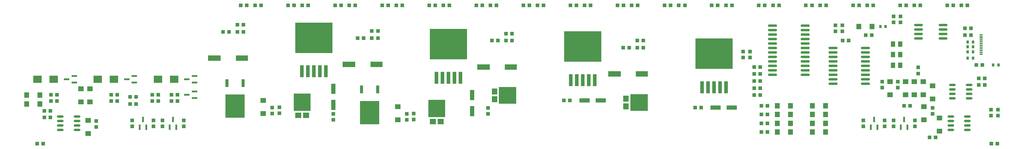
<source format=gtp>
%FSLAX44Y44*%
%MOMM*%
G71*
G01*
G75*
G04 Layer_Color=8421504*
%ADD10O,1.9000X0.6000*%
%ADD11R,1.1000X1.0000*%
%ADD12R,1.6200X1.3700*%
%ADD13R,1.0000X1.1000*%
%ADD14R,0.8000X0.9000*%
%ADD15R,0.7000X0.9000*%
%ADD16R,1.3700X1.6200*%
%ADD17R,3.0000X1.2000*%
%ADD18R,1.2000X3.0000*%
%ADD19R,5.0000X4.7500*%
%ADD20R,1.5000X1.7500*%
%ADD21R,5.5000X6.7000*%
%ADD22R,0.9500X2.2000*%
%ADD23R,4.7500X5.0000*%
%ADD24R,1.7500X1.5000*%
%ADD25R,1.1000X3.5000*%
%ADD26R,10.5000X8.6000*%
%ADD27R,0.6000X1.6000*%
%ADD28O,2.6000X0.7000*%
%ADD29R,3.6000X1.5000*%
%ADD30R,3.5000X1.5000*%
%ADD31R,0.9000X0.3000*%
%ADD32O,2.5000X0.7000*%
%ADD33R,1.2700X1.5240*%
%ADD34R,2.4000X2.0000*%
%ADD35R,2.4000X2.0000*%
%ADD36R,1.6000X0.6000*%
%ADD37C,0.3000*%
%ADD38C,0.5000*%
%ADD39C,0.4000*%
%ADD40C,0.2540*%
%ADD41C,0.7000*%
%ADD42C,2.0000*%
%ADD43C,1.9000*%
%ADD44C,1.0000*%
%ADD45C,7.0000*%
%ADD46C,2.2000*%
%ADD47R,1.5000X1.5000*%
%ADD48C,1.5000*%
%ADD49C,2.5000*%
%ADD50R,2.2000X2.2000*%
%ADD51R,3.0000X3.0000*%
%ADD52C,3.0000*%
%ADD53R,2.5000X2.5000*%
%ADD54C,1.5240*%
%ADD55R,1.5000X1.5000*%
%ADD56C,0.6500*%
%ADD57O,2.0000X1.0000*%
%ADD58O,1.6000X0.8000*%
%ADD59C,0.6000*%
%ADD60C,0.8000*%
%ADD61C,1.2000*%
%ADD62C,1.2500*%
%ADD63C,1.5000*%
%ADD64C,1.8000*%
%ADD65C,2.5000*%
%ADD66C,3.0000*%
%ADD67C,1.1000*%
%ADD68C,1.2000*%
%ADD69C,1.3000*%
%ADD70C,1.4000*%
%ADD71C,1.6000*%
%ADD72C,1.7000*%
%ADD73C,2.1000*%
%ADD74C,2.2000*%
%ADD75C,2.3000*%
%ADD76C,2.4000*%
%ADD77C,0.1500*%
%ADD78C,0.2500*%
%ADD79C,0.6000*%
%ADD80C,0.2000*%
%ADD81C,0.0508*%
%ADD82C,0.0254*%
%ADD83C,0.1270*%
%ADD84C,0.1524*%
%ADD85C,0.2032*%
%ADD86R,2.1000X0.5250*%
%ADD87R,0.5250X2.1000*%
%ADD88R,15.8969X2.5400*%
%ADD89R,8.0264X2.5400*%
D10*
X2891500Y544050D02*
D03*
Y531350D02*
D03*
Y518650D02*
D03*
Y505950D02*
D03*
X2938500Y544050D02*
D03*
Y531350D02*
D03*
Y518650D02*
D03*
Y505950D02*
D03*
X2933500Y415950D02*
D03*
Y428650D02*
D03*
Y441350D02*
D03*
Y454050D02*
D03*
X2886500Y415950D02*
D03*
Y428650D02*
D03*
Y441350D02*
D03*
Y454050D02*
D03*
X418500Y415950D02*
D03*
Y428650D02*
D03*
Y441350D02*
D03*
Y454050D02*
D03*
X371500Y415950D02*
D03*
Y428650D02*
D03*
Y441350D02*
D03*
Y454050D02*
D03*
D11*
X2965500Y563000D02*
D03*
X2982500D02*
D03*
X2965500Y544000D02*
D03*
X2982500D02*
D03*
X2754500Y485000D02*
D03*
X2771500D02*
D03*
X2663500Y685000D02*
D03*
X2646500D02*
D03*
X2926500D02*
D03*
X2943500D02*
D03*
X2926500Y705000D02*
D03*
X2943500D02*
D03*
X2958500Y601000D02*
D03*
X2975500D02*
D03*
X2351500Y485000D02*
D03*
X2368500D02*
D03*
X2351500Y460000D02*
D03*
X2368500D02*
D03*
X2351500Y435000D02*
D03*
X2368500D02*
D03*
X2351500Y410000D02*
D03*
X2368500D02*
D03*
X2581500Y670000D02*
D03*
X2598500D02*
D03*
X2348500Y515000D02*
D03*
X2331500D02*
D03*
X2348500Y555000D02*
D03*
X2331500D02*
D03*
X2348500Y595000D02*
D03*
X2331500D02*
D03*
X2348500Y575000D02*
D03*
X2331500D02*
D03*
X2348500Y535000D02*
D03*
X2331500D02*
D03*
X1647500Y690000D02*
D03*
X1630500D02*
D03*
X1647500Y670000D02*
D03*
X1630500D02*
D03*
X1978500Y650000D02*
D03*
X1961500D02*
D03*
X2018500Y670000D02*
D03*
X2001500D02*
D03*
X2018500Y650000D02*
D03*
X2001500D02*
D03*
X1228500Y677000D02*
D03*
X1211500D02*
D03*
X1268500Y697000D02*
D03*
X1251500D02*
D03*
X1268500Y677000D02*
D03*
X1251500D02*
D03*
X1320500Y770000D02*
D03*
X1337500D02*
D03*
X1280500D02*
D03*
X1297500D02*
D03*
X1187500D02*
D03*
X1204500D02*
D03*
X1147500D02*
D03*
X1164500D02*
D03*
X1054500D02*
D03*
X1071500D02*
D03*
X1014500D02*
D03*
X1031500D02*
D03*
X921500D02*
D03*
X938500D02*
D03*
X881500D02*
D03*
X898500D02*
D03*
X1852500D02*
D03*
X1869500D02*
D03*
X1812500D02*
D03*
X1829500D02*
D03*
X1719500D02*
D03*
X1736500D02*
D03*
X1679500D02*
D03*
X1696500D02*
D03*
X1586500D02*
D03*
X1603500D02*
D03*
X1546500D02*
D03*
X1563500D02*
D03*
X1453500D02*
D03*
X1470500D02*
D03*
X1413500D02*
D03*
X1430500D02*
D03*
X2384500D02*
D03*
X2401500D02*
D03*
X2344500D02*
D03*
X2361500D02*
D03*
X2251500D02*
D03*
X2268500D02*
D03*
X2211500D02*
D03*
X2228500D02*
D03*
X2118500D02*
D03*
X2135500D02*
D03*
X2078500D02*
D03*
X2095500D02*
D03*
X1985500D02*
D03*
X2002500D02*
D03*
X1945500D02*
D03*
X1962500D02*
D03*
X2916500Y770000D02*
D03*
X2933500D02*
D03*
X2876500D02*
D03*
X2893500D02*
D03*
X2783500Y770000D02*
D03*
X2800500D02*
D03*
X2743500D02*
D03*
X2760500D02*
D03*
X2650500Y770000D02*
D03*
X2667500D02*
D03*
X2610500D02*
D03*
X2627500D02*
D03*
X888500Y715000D02*
D03*
X871500D02*
D03*
X848500Y695000D02*
D03*
X831500D02*
D03*
X888500D02*
D03*
X871500D02*
D03*
X2517500Y770000D02*
D03*
X2534500D02*
D03*
X2477500D02*
D03*
X2494500D02*
D03*
X3018500Y377000D02*
D03*
X3001500D02*
D03*
X306500D02*
D03*
X323500D02*
D03*
X2826500Y395000D02*
D03*
X2843500D02*
D03*
X326500Y470000D02*
D03*
X343500D02*
D03*
X326500Y452000D02*
D03*
X343500D02*
D03*
X2181500Y480000D02*
D03*
X2164500D02*
D03*
X1810500Y500000D02*
D03*
X1793500D02*
D03*
X1607500Y670000D02*
D03*
X1590500D02*
D03*
X685500Y498000D02*
D03*
X702500D02*
D03*
X685500Y516000D02*
D03*
X702500D02*
D03*
X532500Y498000D02*
D03*
X515500D02*
D03*
X362500D02*
D03*
X345500D02*
D03*
X362500Y516000D02*
D03*
X345500D02*
D03*
X532500D02*
D03*
X515500D02*
D03*
X648500D02*
D03*
X631500D02*
D03*
X648500Y498000D02*
D03*
X631500D02*
D03*
X585500Y510000D02*
D03*
X568500D02*
D03*
X585500Y490000D02*
D03*
X568500D02*
D03*
D12*
X2835000Y503900D02*
D03*
Y541000D02*
D03*
X2811000Y482100D02*
D03*
Y445000D02*
D03*
X2809000Y553100D02*
D03*
Y516000D02*
D03*
X2784000Y553100D02*
D03*
Y516000D02*
D03*
X2759000Y553100D02*
D03*
Y516000D02*
D03*
X2715000Y553100D02*
D03*
Y516000D02*
D03*
X1325000Y444900D02*
D03*
Y482000D02*
D03*
X945000Y462900D02*
D03*
Y500000D02*
D03*
X2855000Y412900D02*
D03*
Y450000D02*
D03*
X450000Y443100D02*
D03*
Y406000D02*
D03*
X430000Y495900D02*
D03*
Y533000D02*
D03*
X455000Y495900D02*
D03*
Y533000D02*
D03*
D13*
X2835000Y461500D02*
D03*
Y478500D02*
D03*
X2795000Y576500D02*
D03*
Y593500D02*
D03*
X2737000Y536500D02*
D03*
Y553500D02*
D03*
X2693000Y536500D02*
D03*
Y553500D02*
D03*
X2745000Y738500D02*
D03*
Y721500D02*
D03*
X2725000Y721500D02*
D03*
Y738500D02*
D03*
X2300000Y621500D02*
D03*
Y638500D02*
D03*
X2320000Y621500D02*
D03*
Y638500D02*
D03*
X2580000Y713500D02*
D03*
Y696500D02*
D03*
X2561000Y713500D02*
D03*
Y696500D02*
D03*
X1580000Y461500D02*
D03*
Y478500D02*
D03*
X1143000Y461500D02*
D03*
Y444500D02*
D03*
X1370000Y445500D02*
D03*
Y462500D02*
D03*
X1350000Y461500D02*
D03*
Y444500D02*
D03*
X990000Y463500D02*
D03*
Y480500D02*
D03*
X970000Y479500D02*
D03*
Y462500D02*
D03*
X2640000Y443500D02*
D03*
Y426500D02*
D03*
X2725000Y443500D02*
D03*
Y426500D02*
D03*
X2700000Y443500D02*
D03*
Y426500D02*
D03*
X2785000Y443500D02*
D03*
Y426500D02*
D03*
X720000Y443500D02*
D03*
Y426500D02*
D03*
X635000Y443500D02*
D03*
Y426500D02*
D03*
X575000Y443500D02*
D03*
Y426500D02*
D03*
X660000Y443500D02*
D03*
Y426500D02*
D03*
X473000Y424500D02*
D03*
Y441500D02*
D03*
X3000000Y473500D02*
D03*
Y456500D02*
D03*
X3020000Y473500D02*
D03*
Y456500D02*
D03*
D14*
X2688000Y710000D02*
D03*
X2702000D02*
D03*
D15*
X3006500Y601000D02*
D03*
X3021500D02*
D03*
X2949500Y620000D02*
D03*
X2934500D02*
D03*
X2949500Y666000D02*
D03*
X2934500D02*
D03*
X2949500Y652000D02*
D03*
X2934500D02*
D03*
X2949500Y638000D02*
D03*
X2934500D02*
D03*
D16*
X2533100Y410000D02*
D03*
X2496000D02*
D03*
X2533100Y435000D02*
D03*
X2496000D02*
D03*
X2533100Y460000D02*
D03*
X2496000D02*
D03*
X2533100Y485000D02*
D03*
X2496000D02*
D03*
X2396900D02*
D03*
X2434000D02*
D03*
X2396900Y460000D02*
D03*
X2434000D02*
D03*
X2396900Y435000D02*
D03*
X2434000D02*
D03*
X2396900Y410000D02*
D03*
X2434000D02*
D03*
X2664100Y710000D02*
D03*
X2627000D02*
D03*
X314100Y515000D02*
D03*
X277000D02*
D03*
X314100Y490000D02*
D03*
X277000D02*
D03*
D17*
X2222140Y480000D02*
D03*
X2267860D02*
D03*
X1852140Y500000D02*
D03*
X1897860D02*
D03*
D18*
X1535000Y469140D02*
D03*
Y514860D02*
D03*
X1143000Y487140D02*
D03*
Y532860D02*
D03*
D19*
X1635000Y514000D02*
D03*
X2006000Y494000D02*
D03*
D20*
X1598000Y503000D02*
D03*
Y525000D02*
D03*
X1969000Y483000D02*
D03*
Y505000D02*
D03*
D21*
X1245000Y465500D02*
D03*
X865000Y483500D02*
D03*
D22*
X1222200Y531000D02*
D03*
X1267800D02*
D03*
X842200Y549000D02*
D03*
X887800D02*
D03*
D23*
X1055000Y495000D02*
D03*
X1435000Y477000D02*
D03*
D24*
X1066000Y458000D02*
D03*
X1044000D02*
D03*
X1446000Y440000D02*
D03*
X1424000D02*
D03*
D25*
X1054000Y582500D02*
D03*
X1071000D02*
D03*
X1088000D02*
D03*
X1105000D02*
D03*
X1122000D02*
D03*
X1434000Y564500D02*
D03*
X1451000D02*
D03*
X1468000D02*
D03*
X1485000D02*
D03*
X1502000D02*
D03*
X2184000Y537500D02*
D03*
X2201000D02*
D03*
X2218000D02*
D03*
X2235000D02*
D03*
X2252000D02*
D03*
X1813000Y557500D02*
D03*
X1830000D02*
D03*
X1847000D02*
D03*
X1864000D02*
D03*
X1881000D02*
D03*
D26*
X1088000Y678000D02*
D03*
X1468000Y660000D02*
D03*
X2218000Y633000D02*
D03*
X1847000Y653000D02*
D03*
D27*
X2660500Y424000D02*
D03*
X2679500D02*
D03*
X2670000Y446000D02*
D03*
X2745500Y424000D02*
D03*
X2764500D02*
D03*
X2755000Y446000D02*
D03*
X595500Y424000D02*
D03*
X614500D02*
D03*
X605000Y446000D02*
D03*
X680500Y424000D02*
D03*
X699500D02*
D03*
X690000Y446000D02*
D03*
D28*
X2475000Y573150D02*
D03*
Y585850D02*
D03*
Y598550D02*
D03*
Y611250D02*
D03*
Y623950D02*
D03*
Y636650D02*
D03*
Y649350D02*
D03*
Y662050D02*
D03*
Y674750D02*
D03*
Y687450D02*
D03*
Y700150D02*
D03*
Y712850D02*
D03*
X2383000Y573150D02*
D03*
Y585850D02*
D03*
Y598550D02*
D03*
Y611250D02*
D03*
Y623950D02*
D03*
Y636650D02*
D03*
Y649350D02*
D03*
Y662050D02*
D03*
Y674750D02*
D03*
Y687450D02*
D03*
Y700150D02*
D03*
Y712850D02*
D03*
X2554000Y648800D02*
D03*
Y636100D02*
D03*
Y623400D02*
D03*
Y610700D02*
D03*
Y598000D02*
D03*
Y585300D02*
D03*
Y572600D02*
D03*
Y559900D02*
D03*
Y547200D02*
D03*
X2646000Y648800D02*
D03*
Y636100D02*
D03*
Y623400D02*
D03*
Y610700D02*
D03*
Y598000D02*
D03*
Y585300D02*
D03*
Y572600D02*
D03*
Y559900D02*
D03*
Y547200D02*
D03*
D29*
X1936900Y575000D02*
D03*
X1186900Y602000D02*
D03*
X1566900Y595000D02*
D03*
X806900Y620000D02*
D03*
D30*
X2014370Y575000D02*
D03*
X1264370Y602000D02*
D03*
X1644370Y595000D02*
D03*
X884370Y620000D02*
D03*
D31*
X2972400Y686500D02*
D03*
Y681500D02*
D03*
Y676500D02*
D03*
Y671500D02*
D03*
Y666500D02*
D03*
Y661500D02*
D03*
Y656500D02*
D03*
Y651500D02*
D03*
Y646500D02*
D03*
Y641500D02*
D03*
Y636500D02*
D03*
Y631500D02*
D03*
D32*
X2795500Y714050D02*
D03*
Y701350D02*
D03*
Y688650D02*
D03*
Y675950D02*
D03*
X2864500Y714050D02*
D03*
Y701350D02*
D03*
Y688650D02*
D03*
Y675950D02*
D03*
D33*
X2744160Y660000D02*
D03*
X2723840D02*
D03*
X2744160Y630000D02*
D03*
X2723840D02*
D03*
X2744160Y600000D02*
D03*
X2723840D02*
D03*
D34*
X352860Y560000D02*
D03*
X522860D02*
D03*
X692860D02*
D03*
D35*
X307140D02*
D03*
X477140D02*
D03*
X647140D02*
D03*
D36*
X411000Y550500D02*
D03*
Y569500D02*
D03*
X389000Y560000D02*
D03*
X581000Y550500D02*
D03*
Y569500D02*
D03*
X559000Y560000D02*
D03*
X751000Y550500D02*
D03*
Y569500D02*
D03*
X729000Y560000D02*
D03*
X751000Y506500D02*
D03*
Y525500D02*
D03*
X729000Y516000D02*
D03*
D85*
X354892Y553142D02*
G03*
X357432Y555682I0J2540D01*
G01*
Y564318D02*
G03*
X354892Y566858I-2540J0D01*
G01*
X343716Y555682D02*
G03*
X346256Y553142I2540J0D01*
G01*
Y566858D02*
G03*
X343716Y564318I0J-2540D01*
G01*
X313892Y553142D02*
G03*
X316432Y555682I0J2540D01*
G01*
Y564318D02*
G03*
X313892Y566858I-2540J0D01*
G01*
X302716Y555682D02*
G03*
X305256Y553142I2540J0D01*
G01*
Y566858D02*
G03*
X302716Y564318I0J-2540D01*
G01*
X524892Y553142D02*
G03*
X527432Y555682I0J2540D01*
G01*
Y564318D02*
G03*
X524892Y566858I-2540J0D01*
G01*
X513716Y555682D02*
G03*
X516256Y553142I2540J0D01*
G01*
Y566858D02*
G03*
X513716Y564318I0J-2540D01*
G01*
X483892Y553142D02*
G03*
X486432Y555682I0J2540D01*
G01*
Y564318D02*
G03*
X483892Y566858I-2540J0D01*
G01*
X472716Y555682D02*
G03*
X475256Y553142I2540J0D01*
G01*
Y566858D02*
G03*
X472716Y564318I0J-2540D01*
G01*
X694892Y553142D02*
G03*
X697432Y555682I0J2540D01*
G01*
Y564318D02*
G03*
X694892Y566858I-2540J0D01*
G01*
X683716Y555682D02*
G03*
X686256Y553142I2540J0D01*
G01*
Y566858D02*
G03*
X683716Y564318I0J-2540D01*
G01*
X653892Y553142D02*
G03*
X656432Y555682I0J2540D01*
G01*
Y564318D02*
G03*
X653892Y566858I-2540J0D01*
G01*
X642716Y555682D02*
G03*
X645256Y553142I2540J0D01*
G01*
Y566858D02*
G03*
X642716Y564318I0J-2540D01*
G01*
X350574Y553142D02*
X354892D01*
X357432Y555682D02*
Y560000D01*
X350574Y566858D02*
X354892D01*
X357432Y560000D02*
Y564318D01*
X346256Y553142D02*
X350574D01*
X343716Y555682D02*
Y560000D01*
X346256Y566858D02*
X350574D01*
X343716Y560000D02*
Y564318D01*
X309574Y553142D02*
X313892D01*
X316432Y555682D02*
Y560000D01*
X309574Y566858D02*
X313892D01*
X316432Y560000D02*
Y564318D01*
X305256Y553142D02*
X309574D01*
X302716Y555682D02*
Y560000D01*
X305256Y566858D02*
X309574D01*
X302716Y560000D02*
Y564318D01*
X520574Y553142D02*
X524892D01*
X527432Y555682D02*
Y560000D01*
X520574Y566858D02*
X524892D01*
X527432Y560000D02*
Y564318D01*
X516256Y553142D02*
X520574D01*
X513716Y555682D02*
Y560000D01*
X516256Y566858D02*
X520574D01*
X513716Y560000D02*
Y564318D01*
X479574Y553142D02*
X483892D01*
X486432Y555682D02*
Y560000D01*
X479574Y566858D02*
X483892D01*
X486432Y560000D02*
Y564318D01*
X475256Y553142D02*
X479574D01*
X472716Y555682D02*
Y560000D01*
X475256Y566858D02*
X479574D01*
X472716Y560000D02*
Y564318D01*
X690574Y553142D02*
X694892D01*
X697432Y555682D02*
Y560000D01*
X690574Y566858D02*
X694892D01*
X697432Y560000D02*
Y564318D01*
X686256Y553142D02*
X690574D01*
X683716Y555682D02*
Y560000D01*
X686256Y566858D02*
X690574D01*
X683716Y560000D02*
Y564318D01*
X649574Y553142D02*
X653892D01*
X656432Y555682D02*
Y560000D01*
X649574Y566858D02*
X653892D01*
X656432Y560000D02*
Y564318D01*
X645256Y553142D02*
X649574D01*
X642716Y555682D02*
Y560000D01*
X645256Y566858D02*
X649574D01*
X642716Y560000D02*
Y564318D01*
M02*

</source>
